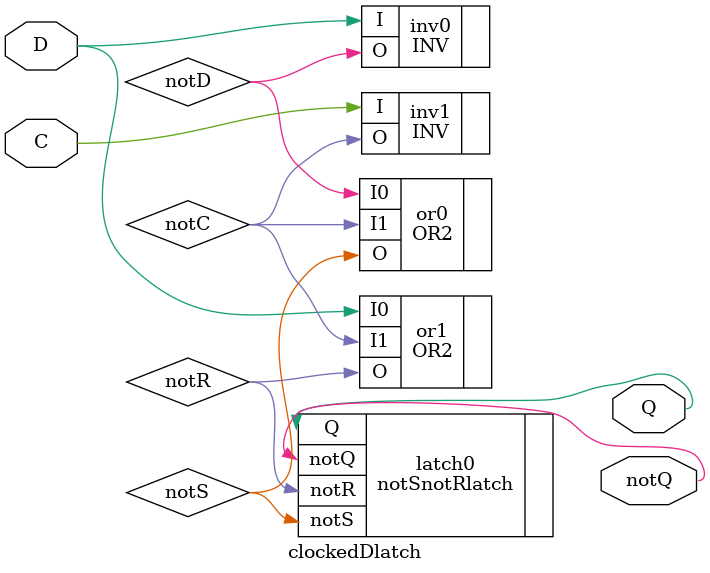
<source format=v>
`timescale 1ns / 1ps
module clockedDlatch(
    input D,
    input C,
    output Q,
    output notQ
    );
	 
	 wire notC, notD, notS, notR;
	 
	 INV inv0(.I(D), .O(notD));
	 INV inv1(.I(C), .O(notC));
	 
	 OR2 or0(.I0(notD), .I1(notC), .O(notS));
	 OR2 or1(.I0(D), .I1(notC), .O(notR));
	 
	 notSnotRlatch latch0(.notS(notS), .notR(notR), .Q(Q), .notQ(notQ));

endmodule

</source>
